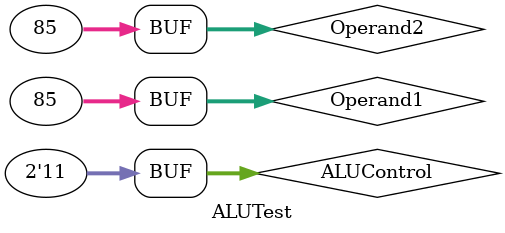
<source format=v>
`timescale 1ns/1ns
`include "ALU.v"

module ALUTest();
    
    reg [31:0] Operand1;
    reg [31:0] Operand2;
    reg [1:0] ALUControl;

    wire [31:0] ALUResult;
    wire Zero;
    
    ALU alu(Operand1, Operand2, ALUControl, ALUResult, Zero);
    
    initial
    begin
       Operand1 = 32'b00000000000000000000000001010101; // 85
       Operand2 = 32'b00000000000000000100000010101010; // 16554
       ALUControl = 4'b00;
       
       #20
       // AND
       ALUControl = 4'b00;
       
       #20
       // OR
       ALUControl = 4'b01;
       
       #20
       // ADD
       ALUControl = 4'b10;
       
       #20
       // SUB
       ALUControl = 4'b11;

       #50       
       Operand1 = 32'b00000000000000000000000001010101; 
       Operand2 = 32'b00000000000000000000000001010101; 

       #20
       ALUControl = 4'b11;
       
    end

      initial begin

        $dumpfile("alutest.vcd");
        $dumpvars(0,ALUTest);  

      end
    
endmodule

</source>
